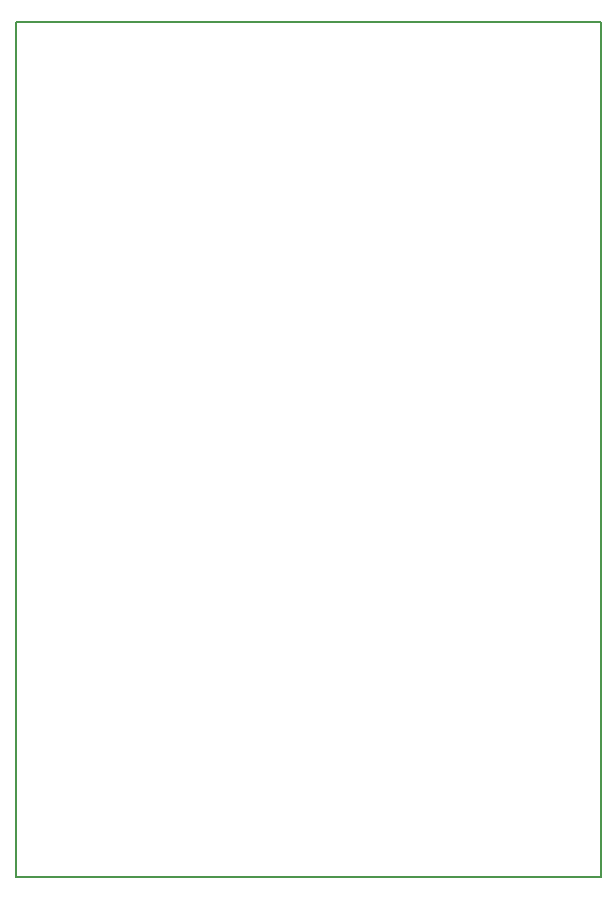
<source format=gbr>
G04 #@! TF.FileFunction,Profile,NP*
%FSLAX46Y46*%
G04 Gerber Fmt 4.6, Leading zero omitted, Abs format (unit mm)*
G04 Created by KiCad (PCBNEW 4.0.3-stable) date 2016 August 18, Thursday 22:42:55*
%MOMM*%
%LPD*%
G01*
G04 APERTURE LIST*
%ADD10C,0.100000*%
%ADD11C,0.150000*%
G04 APERTURE END LIST*
D10*
D11*
X127000000Y-46990000D02*
X127000000Y-119380000D01*
X77470000Y-46990000D02*
X77470000Y-119380000D01*
X127000000Y-119380000D02*
X77470000Y-119380000D01*
X77470000Y-46990000D02*
X127000000Y-46990000D01*
M02*

</source>
